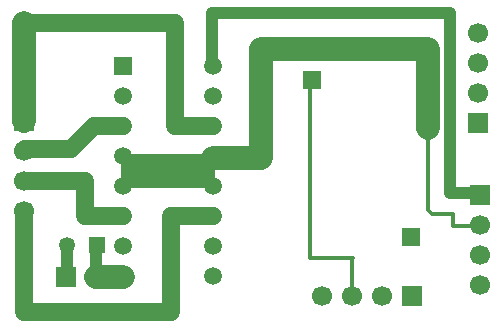
<source format=gbr>
G04 DipTrace 2.4.0.2*
%INBottom.gbr*%
%MOMM*%
%ADD13C,0.33*%
%ADD14C,2.0*%
%ADD15C,1.0*%
%ADD16C,1.5*%
%ADD17C,0.635*%
%ADD19R,1.7X1.7*%
%ADD20C,1.7*%
%ADD21R,1.5X1.5*%
%ADD24C,1.5*%
%ADD27R,1.35X1.35*%
%ADD28C,1.35*%
%ADD29C,1.016*%
%FSLAX53Y53*%
G04*
G71*
G90*
G75*
G01*
%LNBottom*%
%LPD*%
X45400Y26900D2*
D14*
Y33600D1*
X31307D1*
Y24400D1*
X27220D1*
D13*
Y24500D1*
Y21960D2*
X19600D1*
Y24500D1*
X27220D1*
Y21960D2*
Y24500D1*
X45400Y26900D2*
Y20000D1*
X45800Y19600D1*
X47500D1*
Y18600D1*
X49740D1*
X49800Y18660D1*
X14900Y17000D2*
D15*
Y14400D1*
D13*
X14800Y14300D1*
X47300Y25400D2*
D15*
Y36600D1*
X27100D1*
Y32240D1*
D13*
X27220Y32120D1*
X47300Y25400D2*
D15*
Y21400D1*
X49800D1*
D13*
Y21200D1*
X11200Y27500D2*
D14*
Y35800D1*
D16*
X24000D1*
Y27040D1*
X27220D1*
X19600Y19420D2*
X16400D1*
Y22420D1*
X11200D1*
X19600Y27040D2*
X17140D1*
X15200Y25100D1*
X11340D1*
D13*
X11200Y24960D1*
X39020Y12700D2*
Y15820D1*
X39100Y15900D1*
X35400D1*
Y30800D1*
X35600Y31000D1*
X27220Y19420D2*
D16*
X23700D1*
Y11300D1*
X11200D1*
Y19880D1*
X17340Y14300D2*
D14*
X19560D1*
D13*
X19600Y14340D1*
X17340Y14300D2*
D15*
Y16940D1*
D13*
X17400Y17000D1*
D29*
X47300Y25400D3*
X45400Y26900D3*
X20016Y23551D2*
D17*
X27023D1*
X20036Y22919D2*
X27023D1*
X20065Y22287D2*
X27023D1*
X19931Y23986D2*
X20017Y22218D1*
X27082D1*
Y24073D1*
X24447Y24045D1*
X19933Y23987D1*
D19*
X49680Y27320D3*
D20*
Y29860D3*
Y32400D3*
Y34940D3*
D19*
X49800Y21200D3*
D20*
Y18660D3*
Y16120D3*
Y13580D3*
D19*
X44100Y12700D3*
D20*
X41560D3*
X39020D3*
X36480D3*
D21*
X35600Y31000D3*
X44000Y17700D3*
D19*
X14800Y14300D3*
D20*
X17340D3*
D19*
X11200Y27500D3*
D20*
Y24960D3*
Y22420D3*
Y19880D3*
D21*
X19600Y32120D3*
D24*
Y29580D3*
Y27040D3*
Y24500D3*
Y21960D3*
Y19420D3*
Y16880D3*
Y14340D3*
X27220D3*
Y16880D3*
Y19420D3*
Y21960D3*
Y24500D3*
Y27040D3*
Y29580D3*
Y32120D3*
D27*
X17400Y17000D3*
D28*
X14900D3*
M02*

</source>
